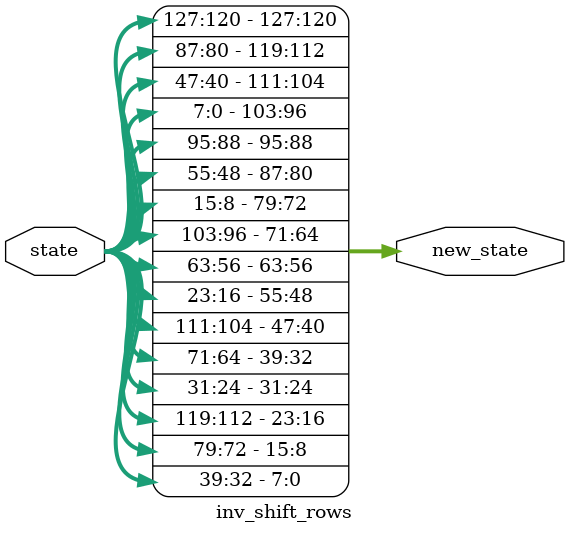
<source format=v>
module inv_shift_rows (
    input [127:0] state,
    output [127:0] new_state
);
    assign new_state[127:120] = state[127:120];  // Row 0 (unchanged)
    assign new_state[119:112] = state[87:80];    // Row 1 (shift right by 1)
    assign new_state[111:104] = state[47:40];    // Row 2 (shift right by 2)
    assign new_state[103:96]  = state[7:0];      // Row 3 (shift right by 3)
    assign new_state[95:88]   = state[95:88];
    assign new_state[87:80]   = state[55:48];
    assign new_state[79:72]   = state[15:8];
    assign new_state[71:64]   = state[103:96];
    assign new_state[63:56]   = state[63:56];
    assign new_state[55:48]   = state[23:16];
    assign new_state[47:40]   = state[111:104];
    assign new_state[39:32]   = state[71:64];
    assign new_state[31:24]   = state[31:24];
    assign new_state[23:16]   = state[119:112];
    assign new_state[15:8]    = state[79:72];
    assign new_state[7:0]     = state[39:32];
endmodule

</source>
